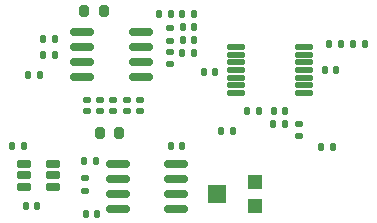
<source format=gtp>
%TF.GenerationSoftware,KiCad,Pcbnew,(6.99.0)*%
%TF.CreationDate,2023-04-20T01:20:35-07:00*%
%TF.ProjectId,emg-analog-front-end,656d672d-616e-4616-9c6f-672d66726f6e,rev?*%
%TF.SameCoordinates,Original*%
%TF.FileFunction,Paste,Top*%
%TF.FilePolarity,Positive*%
%FSLAX46Y46*%
G04 Gerber Fmt 4.6, Leading zero omitted, Abs format (unit mm)*
G04 Created by KiCad (PCBNEW (6.99.0)) date 2023-04-20 01:20:35*
%MOMM*%
%LPD*%
G01*
G04 APERTURE LIST*
G04 Aperture macros list*
%AMRoundRect*
0 Rectangle with rounded corners*
0 $1 Rounding radius*
0 $2 $3 $4 $5 $6 $7 $8 $9 X,Y pos of 4 corners*
0 Add a 4 corners polygon primitive as box body*
4,1,4,$2,$3,$4,$5,$6,$7,$8,$9,$2,$3,0*
0 Add four circle primitives for the rounded corners*
1,1,$1+$1,$2,$3*
1,1,$1+$1,$4,$5*
1,1,$1+$1,$6,$7*
1,1,$1+$1,$8,$9*
0 Add four rect primitives between the rounded corners*
20,1,$1+$1,$2,$3,$4,$5,0*
20,1,$1+$1,$4,$5,$6,$7,0*
20,1,$1+$1,$6,$7,$8,$9,0*
20,1,$1+$1,$8,$9,$2,$3,0*%
G04 Aperture macros list end*
%ADD10RoundRect,0.020500X-0.714500X-0.184500X0.714500X-0.184500X0.714500X0.184500X-0.714500X0.184500X0*%
%ADD11RoundRect,0.135000X0.135000X0.185000X-0.135000X0.185000X-0.135000X-0.185000X0.135000X-0.185000X0*%
%ADD12RoundRect,0.135000X-0.135000X-0.185000X0.135000X-0.185000X0.135000X0.185000X-0.135000X0.185000X0*%
%ADD13RoundRect,0.140000X-0.140000X-0.170000X0.140000X-0.170000X0.140000X0.170000X-0.140000X0.170000X0*%
%ADD14RoundRect,0.140000X0.170000X-0.140000X0.170000X0.140000X-0.170000X0.140000X-0.170000X-0.140000X0*%
%ADD15RoundRect,0.200000X-0.200000X-0.275000X0.200000X-0.275000X0.200000X0.275000X-0.200000X0.275000X0*%
%ADD16RoundRect,0.090000X-0.520000X-0.210000X0.520000X-0.210000X0.520000X0.210000X-0.520000X0.210000X0*%
%ADD17RoundRect,0.140000X-0.170000X0.140000X-0.170000X-0.140000X0.170000X-0.140000X0.170000X0.140000X0*%
%ADD18RoundRect,0.140000X0.140000X0.170000X-0.140000X0.170000X-0.140000X-0.170000X0.140000X-0.170000X0*%
%ADD19RoundRect,0.150000X-0.825000X-0.150000X0.825000X-0.150000X0.825000X0.150000X-0.825000X0.150000X0*%
%ADD20RoundRect,0.135000X0.185000X-0.135000X0.185000X0.135000X-0.185000X0.135000X-0.185000X-0.135000X0*%
%ADD21R,1.200000X1.200000*%
%ADD22R,1.500000X1.600000*%
G04 APERTURE END LIST*
D10*
%TO.C,U3*%
X24660000Y-4550000D03*
X24660000Y-5200000D03*
X24660000Y-5850000D03*
X24660000Y-6500000D03*
X24660000Y-7150000D03*
X24660000Y-7800000D03*
X24660000Y-8450000D03*
X30400000Y-8450000D03*
X30400000Y-7800000D03*
X30400000Y-7150000D03*
X30400000Y-6500000D03*
X30400000Y-5850000D03*
X30400000Y-5200000D03*
X30400000Y-4550000D03*
%TD*%
D11*
%TO.C,R17*%
X32810000Y-13000000D03*
X31790000Y-13000000D03*
%TD*%
%TO.C,R16*%
X8010000Y-6900000D03*
X6990000Y-6900000D03*
%TD*%
D12*
%TO.C,R15*%
X23390000Y-11700000D03*
X24410000Y-11700000D03*
%TD*%
D13*
%TO.C,C11*%
X32120000Y-6500000D03*
X33080000Y-6500000D03*
%TD*%
D11*
%TO.C,R4*%
X28810000Y-11100000D03*
X27790000Y-11100000D03*
%TD*%
D14*
%TO.C,C5*%
X12000000Y-9980000D03*
X12000000Y-9020000D03*
%TD*%
D15*
%TO.C,R5*%
X11775000Y-1500000D03*
X13425000Y-1500000D03*
%TD*%
D16*
%TO.C,U4*%
X6675000Y-14481250D03*
X6675000Y-15431250D03*
X6675000Y-16381250D03*
X9165000Y-16381250D03*
X9165000Y-15431250D03*
X9165000Y-14481250D03*
%TD*%
D13*
%TO.C,C2*%
X11920000Y-18700000D03*
X12880000Y-18700000D03*
%TD*%
D12*
%TO.C,R14*%
X12810000Y-14200000D03*
X11790000Y-14200000D03*
%TD*%
%TO.C,R10*%
X20090000Y-1800000D03*
X21110000Y-1800000D03*
%TD*%
%TO.C,R9*%
X34490000Y-4300000D03*
X35510000Y-4300000D03*
%TD*%
D17*
%TO.C,C9*%
X15400000Y-9020000D03*
X15400000Y-9980000D03*
%TD*%
%TO.C,C7*%
X14228500Y-9040000D03*
X14228500Y-10000000D03*
%TD*%
D18*
%TO.C,C1*%
X20080000Y-12900000D03*
X19120000Y-12900000D03*
%TD*%
D19*
%TO.C,U2*%
X11625000Y-3295000D03*
X11625000Y-4565000D03*
X11625000Y-5835000D03*
X11625000Y-7105000D03*
X16575000Y-7105000D03*
X16575000Y-5835000D03*
X16575000Y-4565000D03*
X16575000Y-3295000D03*
%TD*%
D11*
%TO.C,R13*%
X21110000Y-5100000D03*
X20090000Y-5100000D03*
%TD*%
D20*
%TO.C,R12*%
X19000000Y-4010000D03*
X19000000Y-2990000D03*
%TD*%
D18*
%TO.C,C13*%
X21080000Y-2900000D03*
X20120000Y-2900000D03*
%TD*%
D13*
%TO.C,C12*%
X21920000Y-6700000D03*
X22880000Y-6700000D03*
%TD*%
%TO.C,C15*%
X20120000Y-4000000D03*
X21080000Y-4000000D03*
%TD*%
D11*
%TO.C,R11*%
X32490000Y-4300000D03*
X33510000Y-4300000D03*
%TD*%
D12*
%TO.C,R1*%
X8290000Y-3900000D03*
X9310000Y-3900000D03*
%TD*%
D18*
%TO.C,C17*%
X6642500Y-12900000D03*
X5682500Y-12900000D03*
%TD*%
D12*
%TO.C,R2*%
X8290000Y-5200000D03*
X9310000Y-5200000D03*
%TD*%
D19*
%TO.C,U1*%
X14625000Y-14495000D03*
X14625000Y-15765000D03*
X14625000Y-17035000D03*
X14625000Y-18305000D03*
X19575000Y-18305000D03*
X19575000Y-17035000D03*
X19575000Y-15765000D03*
X19575000Y-14495000D03*
%TD*%
D11*
%TO.C,R3*%
X26610000Y-9980000D03*
X25590000Y-9980000D03*
%TD*%
D21*
%TO.C,R7*%
X26244665Y-18000000D03*
D22*
X22994665Y-17000000D03*
D21*
X26244665Y-16000000D03*
%TD*%
D13*
%TO.C,C14*%
X18120000Y-1800000D03*
X19080000Y-1800000D03*
%TD*%
D17*
%TO.C,C8*%
X13085500Y-9040000D03*
X13085500Y-10000000D03*
%TD*%
D13*
%TO.C,C4*%
X27800000Y-10000000D03*
X28760000Y-10000000D03*
%TD*%
D18*
%TO.C,C16*%
X7800000Y-18031250D03*
X6840000Y-18031250D03*
%TD*%
D14*
%TO.C,C3*%
X30000000Y-12060000D03*
X30000000Y-11100000D03*
%TD*%
D20*
%TO.C,R8*%
X11800000Y-15690000D03*
X11800000Y-16710000D03*
%TD*%
D14*
%TO.C,C6*%
X19000000Y-5980000D03*
X19000000Y-5020000D03*
%TD*%
D17*
%TO.C,C10*%
X16500000Y-9020000D03*
X16500000Y-9980000D03*
%TD*%
D15*
%TO.C,R6*%
X13075000Y-11800000D03*
X14725000Y-11800000D03*
%TD*%
M02*

</source>
